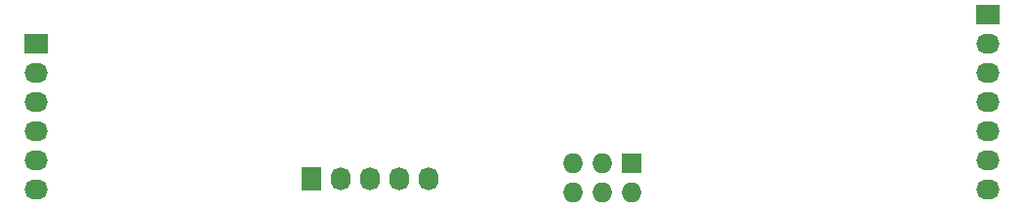
<source format=gbs>
G04 #@! TF.FileFunction,Soldermask,Bot*
%FSLAX46Y46*%
G04 Gerber Fmt 4.6, Leading zero omitted, Abs format (unit mm)*
G04 Created by KiCad (PCBNEW no-vcs-found-product) date Fri 24 Jul 2015 19:01:22 CEST*
%MOMM*%
G01*
G04 APERTURE LIST*
%ADD10C,0.100000*%
%ADD11R,2.032000X1.727200*%
%ADD12O,2.032000X1.727200*%
%ADD13R,1.727200X1.727200*%
%ADD14O,1.727200X1.727200*%
%ADD15R,1.727200X2.032000*%
%ADD16O,1.727200X2.032000*%
G04 APERTURE END LIST*
D10*
D11*
X119380000Y-83820000D03*
D12*
X119380000Y-86360000D03*
X119380000Y-88900000D03*
X119380000Y-91440000D03*
X119380000Y-93980000D03*
X119380000Y-96520000D03*
D11*
X201930000Y-81280000D03*
D12*
X201930000Y-83820000D03*
X201930000Y-86360000D03*
X201930000Y-88900000D03*
X201930000Y-91440000D03*
X201930000Y-93980000D03*
X201930000Y-96520000D03*
D13*
X171069000Y-94234000D03*
D14*
X171069000Y-96774000D03*
X168529000Y-94234000D03*
X168529000Y-96774000D03*
X165989000Y-94234000D03*
X165989000Y-96774000D03*
D15*
X143256000Y-95631000D03*
D16*
X145796000Y-95631000D03*
X148336000Y-95631000D03*
X150876000Y-95631000D03*
X153416000Y-95631000D03*
M02*

</source>
